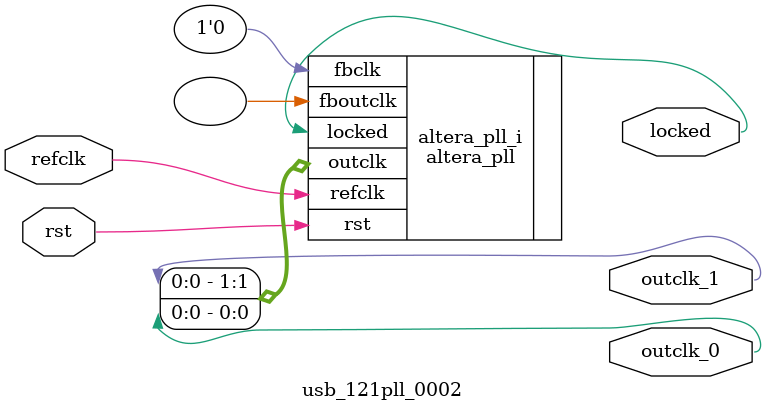
<source format=v>
`timescale 1ns/10ps
module  usb_121pll_0002(

	// interface 'refclk'
	input wire refclk,

	// interface 'reset'
	input wire rst,

	// interface 'outclk0'
	output wire outclk_0,

	// interface 'outclk1'
	output wire outclk_1,

	// interface 'locked'
	output wire locked
);

	altera_pll #(
		.fractional_vco_multiplier("false"),
		.reference_clock_frequency("20.0 MHz"),
		.operation_mode("normal"),
		.number_of_clocks(2),
		.output_clock_frequency0("60.000000 MHz"),
		.phase_shift0("0 ps"),
		.duty_cycle0(50),
		.output_clock_frequency1("60.000000 MHz"),
		.phase_shift1("8333 ps"),
		.duty_cycle1(50),
		.output_clock_frequency2("0 MHz"),
		.phase_shift2("0 ps"),
		.duty_cycle2(50),
		.output_clock_frequency3("0 MHz"),
		.phase_shift3("0 ps"),
		.duty_cycle3(50),
		.output_clock_frequency4("0 MHz"),
		.phase_shift4("0 ps"),
		.duty_cycle4(50),
		.output_clock_frequency5("0 MHz"),
		.phase_shift5("0 ps"),
		.duty_cycle5(50),
		.output_clock_frequency6("0 MHz"),
		.phase_shift6("0 ps"),
		.duty_cycle6(50),
		.output_clock_frequency7("0 MHz"),
		.phase_shift7("0 ps"),
		.duty_cycle7(50),
		.output_clock_frequency8("0 MHz"),
		.phase_shift8("0 ps"),
		.duty_cycle8(50),
		.output_clock_frequency9("0 MHz"),
		.phase_shift9("0 ps"),
		.duty_cycle9(50),
		.output_clock_frequency10("0 MHz"),
		.phase_shift10("0 ps"),
		.duty_cycle10(50),
		.output_clock_frequency11("0 MHz"),
		.phase_shift11("0 ps"),
		.duty_cycle11(50),
		.output_clock_frequency12("0 MHz"),
		.phase_shift12("0 ps"),
		.duty_cycle12(50),
		.output_clock_frequency13("0 MHz"),
		.phase_shift13("0 ps"),
		.duty_cycle13(50),
		.output_clock_frequency14("0 MHz"),
		.phase_shift14("0 ps"),
		.duty_cycle14(50),
		.output_clock_frequency15("0 MHz"),
		.phase_shift15("0 ps"),
		.duty_cycle15(50),
		.output_clock_frequency16("0 MHz"),
		.phase_shift16("0 ps"),
		.duty_cycle16(50),
		.output_clock_frequency17("0 MHz"),
		.phase_shift17("0 ps"),
		.duty_cycle17(50),
		.pll_type("General"),
		.pll_subtype("General")
	) altera_pll_i (
		.rst	(rst),
		.outclk	({outclk_1, outclk_0}),
		.locked	(locked),
		.fboutclk	( ),
		.fbclk	(1'b0),
		.refclk	(refclk)
	);
endmodule


</source>
